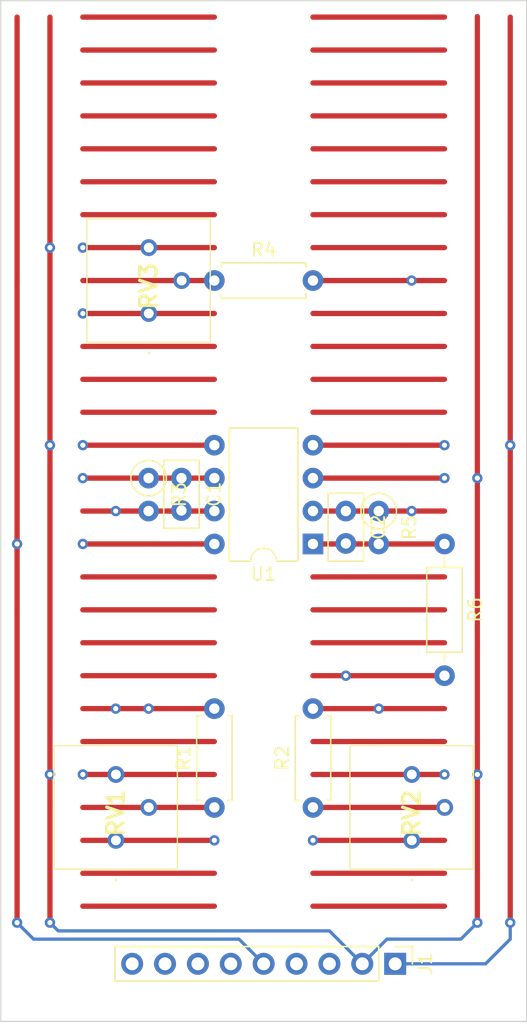
<source format=kicad_pcb>
(kicad_pcb (version 20211014) (generator pcbnew)
  (title_block (title "Eurorack ProtoModule") (date "2021-10-06") (rev "1.0") (company "Len Popp") (comment 1 "Copyright © 2022 Len Popp CC BY") (comment 2 "Layout design for my custom Eurorack breadboard prototyping module"))
  (layers (0 "F.Cu" signal) (1 "In1.Cu" jumper "Wire1.Cu") (2 "In2.Cu" jumper "Wire2.Cu") (3 "In3.Cu" jumper "Wire3.Cu") (4 "In4.Cu" jumper "Wire4.Cu") (31 "B.Cu" signal) (34 "B.Paste" user) (35 "F.Paste" user) (36 "B.SilkS" user "B.Silkscreen") (37 "F.SilkS" user "F.Silkscreen") (38 "B.Mask" user) (39 "F.Mask" user) (44 "Edge.Cuts" user))
  (net 0 "")
  (net 1 "+12V")
  (net 2 "GND")
  (net 3 "-12V")
  (net 4 "+5V")
  (net 5 "Net-(C1-Pad2)")
  (net 6 "Net-(C1-Pad1)")
  (net 8 "Net-(C2-Pad2)")
  (net 9 "Net-(C2-Pad1)")
  (net 10 "Net-(R1-Pad1)")
  (net 11 "Net-(R2-Pad1)")
  (net 12 "Net-(R4-Pad1)")
  (net 13 "OUTPUT")
  (net 14 "INPUT")
  (footprint "Connector_PinHeader_2.54mm:PinHeader_1x09_P2.54mm_Vertical" (layer "F.Cu") (at 113.03 98.425 -90)
    (fp_text reference "J1" (at 0 -2.33 90) (layer "F.SilkS"))
    (fp_text value "Conn_01x09")
    (fp_line (start -1.33 21.65) (end 1.33 21.65) (layer "F.SilkS") (width 0.12))
    (fp_line (start -1.33 1.27) (end -1.33 21.65) (layer "F.SilkS") (width 0.12))
    (fp_line (start 1.33 1.27) (end 1.33 21.65) (layer "F.SilkS") (width 0.12))
    (fp_line (start -1.33 -1.33) (end 0 -1.33) (layer "F.SilkS") (width 0.12))
    (fp_line (start -1.33 1.27) (end 1.33 1.27) (layer "F.SilkS") (width 0.12))
    (fp_line (start -1.33 0) (end -1.33 -1.33) (layer "F.SilkS") (width 0.12))
    (pad "1" thru_hole rect locked (at 0 0 270) (size 1.7 1.7) (drill 1) (layers *.Cu *.Mask) (net 3 "-12V"))
    (pad "2" thru_hole oval locked (at 0 2.54 270) (size 1.7 1.7) (drill 1) (layers *.Cu *.Mask) (net 2 "GND"))
    (pad "3" thru_hole oval locked (at 0 5.08 270) (size 1.7 1.7) (drill 1) (layers *.Cu *.Mask) (net 13 "OUTPUT"))
    (pad "4" thru_hole oval locked (at 0 7.62 270) (size 1.7 1.7) (drill 1) (layers *.Cu *.Mask) (net 14 "INPUT"))
    (pad "5" thru_hole oval locked (at 0 10.16 270) (size 1.7 1.7) (drill 1) (layers *.Cu *.Mask) (net 1 "+12V"))
    (pad "6" thru_hole oval locked (at 0 12.7 270) (size 1.7 1.7) (drill 1) (layers *.Cu *.Mask))
    (pad "7" thru_hole oval locked (at 0 15.24 270) (size 1.7 1.7) (drill 1) (layers *.Cu *.Mask) (net 4 "+5V"))
    (pad "8" thru_hole oval locked (at 0 17.78 270) (size 1.7 1.7) (drill 1) (layers *.Cu *.Mask))
    (pad "9" thru_hole oval locked (at 0 20.32 270) (size 1.7 1.7) (drill 1) (layers *.Cu *.Mask))
  )
  (footprint "-lmp-misc:Potentiometer_Bourns_3386P_Top" (layer "F.Cu") (at 91.455 88.9 90)
    (fp_text reference "RV1" (at 2.102 -0.015 90) (layer "F.SilkS") (effects (font (size 1.27 1.27) (thickness 0.254))))
    (fp_text value "100K" hide)
    (fp_line (start -2.225 4.75) (end -2.225 -4.78) (layer "F.SilkS") (width 0.1))
    (fp_line (start -3.1 0) (end -3.1 0) (layer "F.SilkS") (width 0.1))
    (fp_line (start 7.305 -4.78) (end 7.305 4.75) (layer "F.SilkS") (width 0.1))
    (fp_line (start -3 0) (end -3 0) (layer "F.SilkS") (width 0.1))
    (fp_line (start -2.225 -4.78) (end 7.305 -4.78) (layer "F.SilkS") (width 0.1))
    (fp_line (start 7.305 4.75) (end -2.225 4.75) (layer "F.SilkS") (width 0.1))
    (fp_arc (start -3.1 0) (mid -3.05 -0.05) (end -3 0) (layer "F.SilkS") (width 0.1))
    (fp_arc (start -3 0) (mid -3.05 0.05) (end -3.1 0) (layer "F.SilkS") (width 0.1))
    (pad "1" thru_hole circle locked (at 0 0 90) (size 1.303 1.303) (drill 0.76) (layers *.Cu *.Mask) (net 4 "+5V"))
    (pad "2" thru_hole circle locked (at 2.54 2.54 90) (size 1.303 1.303) (drill 0.76) (layers *.Cu *.Mask) (net 10 "Net-(R1-Pad1)"))
    (pad "3" thru_hole circle locked (at 5.08 0 90) (size 1.303 1.303) (drill 0.76) (layers *.Cu *.Mask) (net 2 "GND"))
  )
  (footprint "-lmp-misc:R_Axial_DIN0207_L6.3mm_D2.5mm_P7.62mm_Horizontal" (layer "F.Cu") (at 99.06 45.72)
    (fp_text reference "R4" (at 3.81 -2.37) (layer "F.SilkS"))
    (fp_text value "100K")
    (fp_line (start 0.54 1.04) (end 0.54 1.37) (layer "F.SilkS") (width 0.12))
    (fp_line (start 0.54 -1.37) (end 7.08 -1.37) (layer "F.SilkS") (width 0.12))
    (fp_line (start 7.08 -1.37) (end 7.08 -1.04) (layer "F.SilkS") (width 0.12))
    (fp_line (start 7.08 1.37) (end 7.08 1.04) (layer "F.SilkS") (width 0.12))
    (fp_line (start 0.54 1.37) (end 7.08 1.37) (layer "F.SilkS") (width 0.12))
    (fp_line (start 0.54 -1.04) (end 0.54 -1.37) (layer "F.SilkS") (width 0.12))
    (pad "1" thru_hole circle locked (at 0 0) (size 1.6 1.6) (drill 0.8) (layers *.Cu *.Mask) (net 12 "Net-(R4-Pad1)"))
    (pad "2" thru_hole oval locked (at 7.62 0) (size 1.6 1.6) (drill 0.8) (layers *.Cu *.Mask) (net 9 "Net-(C2-Pad1)"))
  )
  (footprint "-lmp-misc:C_Disc_D5.0mm_W2.5mm_P2.50mm" (layer "F.Cu") (at 96.52 60.96 -90)
    (fp_text reference "C1" (at 1.25 -2.5 90) (layer "F.SilkS"))
    (fp_text value "47P")
    (fp_line (start -1.37 1.37) (end 3.87 1.37) (layer "F.SilkS") (width 0.12))
    (fp_line (start -1.37 -1.37) (end 3.87 -1.37) (layer "F.SilkS") (width 0.12))
    (fp_line (start -1.37 -1.37) (end -1.37 1.37) (layer "F.SilkS") (width 0.12))
    (fp_line (start 3.87 -1.37) (end 3.87 1.37) (layer "F.SilkS") (width 0.12))
    (pad "1" thru_hole circle locked (at 0 0 270) (size 1.6 1.6) (drill 0.8) (layers *.Cu *.Mask) (net 6 "Net-(C1-Pad1)"))
    (pad "2" thru_hole circle locked (at 2.5 0 270) (size 1.6 1.6) (drill 0.8) (layers *.Cu *.Mask) (net 5 "Net-(C1-Pad2)"))
  )
  (footprint "-lmp-stripboard:SB_Gen_1" (layer "F.Cu") (at 111.76 63.5 -90)
    (fp_text reference "R5" (at 1.27 -2.37 -90) (layer "F.SilkS"))
    (fp_text value "100K")
    (fp_line (start 1.37 0) (end 1.44 0) (layer "F.SilkS") (width 0.12))
    (fp_circle (center 0 0) (end 1.37 0) (layer "F.SilkS") (width 0.12) (fill none))
    (pad "1" thru_hole circle locked (at 0 0 270) (size 1.6 1.6) (drill 0.8) (layers *.Cu *.Mask) (net 9 "Net-(C2-Pad1)"))
    (pad "2" thru_hole oval locked (at 2.54 0 270) (size 1.6 1.6) (drill 0.8) (layers *.Cu *.Mask) (net 8 "Net-(C2-Pad2)"))
  )
  (footprint "Package_DIP:DIP-8_W7.62mm" (layer "F.Cu") (at 106.68 66.04 180)
    (fp_text reference "U1" (at 3.81 -2.33) (layer "F.SilkS"))
    (fp_text value "TL072")
    (fp_line (start 2.81 -1.33) (end 1.16 -1.33) (layer "F.SilkS") (width 0.12))
    (fp_line (start 1.16 -1.33) (end 1.16 8.95) (layer "F.SilkS") (width 0.12))
    (fp_line (start 6.46 8.95) (end 6.46 -1.33) (layer "F.SilkS") (width 0.12))
    (fp_line (start 6.46 -1.33) (end 4.81 -1.33) (layer "F.SilkS") (width 0.12))
    (fp_line (start 1.16 8.95) (end 6.46 8.95) (layer "F.SilkS") (width 0.12))
    (fp_arc (start 4.81 -1.33) (mid 3.81 -0.33) (end 2.81 -1.33) (layer "F.SilkS") (width 0.12))
    (pad "1" thru_hole rect (at 0 0 180) (size 1.6 1.6) (drill 0.8) (layers *.Cu *.Mask) (net 8 "Net-(C2-Pad2)"))
    (pad "2" thru_hole oval (at 0 2.54 180) (size 1.6 1.6) (drill 0.8) (layers *.Cu *.Mask) (net 9 "Net-(C2-Pad1)"))
    (pad "3" thru_hole oval (at 0 5.08 180) (size 1.6 1.6) (drill 0.8) (layers *.Cu *.Mask) (net 2 "GND"))
    (pad "4" thru_hole oval (at 0 7.62 180) (size 1.6 1.6) (drill 0.8) (layers *.Cu *.Mask) (net 3 "-12V"))
    (pad "5" thru_hole oval (at 7.62 7.62 180) (size 1.6 1.6) (drill 0.8) (layers *.Cu *.Mask) (net 2 "GND"))
    (pad "6" thru_hole oval (at 7.62 5.08 180) (size 1.6 1.6) (drill 0.8) (layers *.Cu *.Mask) (net 6 "Net-(C1-Pad1)"))
    (pad "7" thru_hole oval (at 7.62 2.54 180) (size 1.6 1.6) (drill 0.8) (layers *.Cu *.Mask) (net 5 "Net-(C1-Pad2)"))
    (pad "8" thru_hole oval (at 7.62 0 180) (size 1.6 1.6) (drill 0.8) (layers *.Cu *.Mask) (net 1 "+12V"))
  )
  (footprint "-lmp-misc:R_Axial_DIN0207_L6.3mm_D2.5mm_P10.16mm_Horizontal" (layer "F.Cu") (at 116.84 66.04 -90)
    (fp_text reference "R6" (at 5.08 -2.37 90) (layer "F.SilkS"))
    (fp_text value "51R")
    (fp_line (start 1.81 -1.37) (end 1.81 1.37) (layer "F.SilkS") (width 0.12))
    (fp_line (start 8.35 -1.37) (end 1.81 -1.37) (layer "F.SilkS") (width 0.12))
    (fp_line (start 1.81 1.37) (end 8.35 1.37) (layer "F.SilkS") (width 0.12))
    (fp_line (start 9.12 0) (end 8.35 0) (layer "F.SilkS") (width 0.12))
    (fp_line (start 1.04 0) (end 1.81 0) (layer "F.SilkS") (width 0.12))
    (fp_line (start 8.35 1.37) (end 8.35 -1.37) (layer "F.SilkS") (width 0.12))
    (pad "1" thru_hole circle locked (at 0 0 270) (size 1.6 1.6) (drill 0.8) (layers *.Cu *.Mask) (net 8 "Net-(C2-Pad2)"))
    (pad "2" thru_hole oval locked (at 10.16 0 270) (size 1.6 1.6) (drill 0.8) (layers *.Cu *.Mask) (net 13 "OUTPUT"))
  )
  (footprint "-lmp-misc:Potentiometer_Bourns_3386P_Top" (layer "F.Cu") (at 93.995 48.26 90)
    (fp_text reference "RV3" (at 2.102 -0.015 90) (layer "F.SilkS") (effects (font (size 1.27 1.27) (thickness 0.254))))
    (fp_text value "100K" hide)
    (fp_line (start 7.305 4.75) (end -2.225 4.75) (layer "F.SilkS") (width 0.1))
    (fp_line (start -3.1 0) (end -3.1 0) (layer "F.SilkS") (width 0.1))
    (fp_line (start -3 0) (end -3 0) (layer "F.SilkS") (width 0.1))
    (fp_line (start 7.305 -4.78) (end 7.305 4.75) (layer "F.SilkS") (width 0.1))
    (fp_line (start -2.225 4.75) (end -2.225 -4.78) (layer "F.SilkS") (width 0.1))
    (fp_line (start -2.225 -4.78) (end 7.305 -4.78) (layer "F.SilkS") (width 0.1))
    (fp_arc (start -3 0) (mid -3.05 0.05) (end -3.1 0) (layer "F.SilkS") (width 0.1))
    (fp_arc (start -3.1 0) (mid -3.05 -0.05) (end -3 0) (layer "F.SilkS") (width 0.1))
    (pad "1" thru_hole circle locked (at 0 0 90) (size 1.303 1.303) (drill 0.76) (layers *.Cu *.Mask) (net 5 "Net-(C1-Pad2)"))
    (pad "2" thru_hole circle locked (at 2.54 2.54 90) (size 1.303 1.303) (drill 0.76) (layers *.Cu *.Mask) (net 12 "Net-(R4-Pad1)"))
    (pad "3" thru_hole circle locked (at 5.08 0 90) (size 1.303 1.303) (drill 0.76) (layers *.Cu *.Mask) (net 2 "GND"))
  )
  (footprint "-lmp-misc:C_Disc_D5.0mm_W2.5mm_P2.50mm" (layer "F.Cu") (at 109.22 63.5 -90)
    (fp_text reference "C2" (at 1.25 -2.5 90) (layer "F.SilkS"))
    (fp_text value "47P")
    (fp_line (start -1.37 -1.37) (end 3.87 -1.37) (layer "F.SilkS") (width 0.12))
    (fp_line (start 3.87 -1.37) (end 3.87 1.37) (layer "F.SilkS") (width 0.12))
    (fp_line (start -1.37 -1.37) (end -1.37 1.37) (layer "F.SilkS") (width 0.12))
    (fp_line (start -1.37 1.37) (end 3.87 1.37) (layer "F.SilkS") (width 0.12))
    (pad "1" thru_hole circle locked (at 0 0 270) (size 1.6 1.6) (drill 0.8) (layers *.Cu *.Mask) (net 9 "Net-(C2-Pad1)"))
    (pad "2" thru_hole circle locked (at 2.5 0 270) (size 1.6 1.6) (drill 0.8) (layers *.Cu *.Mask) (net 8 "Net-(C2-Pad2)"))
  )
  (footprint "-lmp-misc:R_Axial_DIN0207_L6.3mm_D2.5mm_P7.62mm_Horizontal" (layer "F.Cu") (at 106.68 86.36 90)
    (fp_text reference "R2" (at 3.81 -2.37 90) (layer "F.SilkS"))
    (fp_text value "100K")
    (fp_line (start 0.54 -1.37) (end 7.08 -1.37) (layer "F.SilkS") (width 0.12))
    (fp_line (start 0.54 1.04) (end 0.54 1.37) (layer "F.SilkS") (width 0.12))
    (fp_line (start 7.08 -1.37) (end 7.08 -1.04) (layer "F.SilkS") (width 0.12))
    (fp_line (start 7.08 1.37) (end 7.08 1.04) (layer "F.SilkS") (width 0.12))
    (fp_line (start 0.54 1.37) (end 7.08 1.37) (layer "F.SilkS") (width 0.12))
    (fp_line (start 0.54 -1.04) (end 0.54 -1.37) (layer "F.SilkS") (width 0.12))
    (pad "1" thru_hole circle locked (at 0 0 90) (size 1.6 1.6) (drill 0.8) (layers *.Cu *.Mask) (net 11 "Net-(R2-Pad1)"))
    (pad "2" thru_hole oval locked (at 7.62 0 90) (size 1.6 1.6) (drill 0.8) (layers *.Cu *.Mask) (net 6 "Net-(C1-Pad1)"))
  )
  (footprint "-lmp-misc:Potentiometer_Bourns_3386P_Top" (layer "F.Cu") (at 114.315 88.9 90)
    (fp_text reference "RV2" (at 2.102 -0.015 90) (layer "F.SilkS") (effects (font (size 1.27 1.27) (thickness 0.254))))
    (fp_text value "100K" hide)
    (fp_line (start 7.305 -4.78) (end 7.305 4.75) (layer "F.SilkS") (width 0.1))
    (fp_line (start -3 0) (end -3 0) (layer "F.SilkS") (width 0.1))
    (fp_line (start -2.225 -4.78) (end 7.305 -4.78) (layer "F.SilkS") (width 0.1))
    (fp_line (start -3.1 0) (end -3.1 0) (layer "F.SilkS") (width 0.1))
    (fp_line (start -2.225 4.75) (end -2.225 -4.78) (layer "F.SilkS") (width 0.1))
    (fp_line (start 7.305 4.75) (end -2.225 4.75) (layer "F.SilkS") (width 0.1))
    (fp_arc (start -3 0) (mid -3.05 0.05) (end -3.1 0) (layer "F.SilkS") (width 0.1))
    (fp_arc (start -3.1 0) (mid -3.05 -0.05) (end -3 0) (layer "F.SilkS") (width 0.1))
    (pad "1" thru_hole circle locked (at 0 0 90) (size 1.303 1.303) (drill 0.76) (layers *.Cu *.Mask) (net 14 "INPUT"))
    (pad "2" thru_hole circle locked (at 2.54 2.54 90) (size 1.303 1.303) (drill 0.76) (layers *.Cu *.Mask) (net 11 "Net-(R2-Pad1)"))
    (pad "3" thru_hole circle locked (at 5.08 0 90) (size 1.303 1.303) (drill 0.76) (layers *.Cu *.Mask) (net 2 "GND"))
  )
  (footprint "-lmp-stripboard:SB_Gen_1" (layer "F.Cu") (at 93.98 60.96 -90)
    (fp_text reference "R3" (at 1.27 -2.37 -90) (layer "F.SilkS"))
    (fp_text value "100K")
    (fp_line (start 1.37 0) (end 1.44 0) (layer "F.SilkS") (width 0.12))
    (fp_circle (center 0 0) (end 1.37 0) (layer "F.SilkS") (width 0.12) (fill none))
    (pad "1" thru_hole circle locked (at 0 0 270) (size 1.6 1.6) (drill 0.8) (layers *.Cu *.Mask) (net 6 "Net-(C1-Pad1)"))
    (pad "2" thru_hole oval locked (at 2.54 0 270) (size 1.6 1.6) (drill 0.8) (layers *.Cu *.Mask) (net 5 "Net-(C1-Pad2)"))
  )
  (footprint "-lmp-misc:R_Axial_DIN0207_L6.3mm_D2.5mm_P7.62mm_Horizontal" (layer "F.Cu") (at 99.06 86.36 90)
    (fp_text reference "R1" (at 3.81 -2.37 90) (layer "F.SilkS"))
    (fp_text value "100K")
    (fp_line (start 7.08 -1.37) (end 7.08 -1.04) (layer "F.SilkS") (width 0.12))
    (fp_line (start 0.54 -1.37) (end 7.08 -1.37) (layer "F.SilkS") (width 0.12))
    (fp_line (start 0.54 1.37) (end 7.08 1.37) (layer "F.SilkS") (width 0.12))
    (fp_line (start 7.08 1.37) (end 7.08 1.04) (layer "F.SilkS") (width 0.12))
    (fp_line (start 0.54 -1.04) (end 0.54 -1.37) (layer "F.SilkS") (width 0.12))
    (fp_line (start 0.54 1.04) (end 0.54 1.37) (layer "F.SilkS") (width 0.12))
    (pad "1" thru_hole circle locked (at 0 0 90) (size 1.6 1.6) (drill 0.8) (layers *.Cu *.Mask) (net 10 "Net-(R1-Pad1)"))
    (pad "2" thru_hole oval locked (at 7.62 0 90) (size 1.6 1.6) (drill 0.8) (layers *.Cu *.Mask) (net 6 "Net-(C1-Pad1)"))
  )
  (gr_line (start 123.19 102.87) (end 82.55 102.87) (layer "Edge.Cuts") (width 0.1))
  (gr_line (start 123.19 24.13) (end 123.19 102.87) (layer "Edge.Cuts") (width 0.1))
  (gr_line (start 82.55 102.87) (end 82.55 24.13) (layer "Edge.Cuts") (width 0.1))
  (gr_line (start 82.55 24.13) (end 123.19 24.13) (layer "Edge.Cuts") (width 0.1))
  (segment (start 99.06 38.1) (end 88.9 38.1) (width 0.4064) (layer "F.Cu") (net 0))
  (segment (start 99.06 40.64) (end 88.9 40.64) (width 0.4064) (layer "F.Cu") (net 0))
  (segment (start 99.06 50.8) (end 88.9 50.8) (width 0.4064) (layer "F.Cu") (net 0))
  (segment (start 99.06 55.88) (end 88.9 55.88) (width 0.4064) (layer "F.Cu") (net 0))
  (segment (start 116.84 73.66) (end 106.68 73.66) (width 0.4064) (layer "F.Cu") (net 0))
  (segment (start 99.06 27.94) (end 88.9 27.94) (width 0.4064) (layer "F.Cu") (net 0))
  (segment (start 99.06 68.58) (end 88.9 68.58) (width 0.4064) (layer "F.Cu") (net 0))
  (segment (start 99.06 33.02) (end 88.9 33.02) (width 0.4064) (layer "F.Cu") (net 0))
  (segment (start 99.06 71.12) (end 88.9 71.12) (width 0.4064) (layer "F.Cu") (net 0))
  (segment (start 99.06 91.44) (end 88.9 91.44) (width 0.4064) (layer "F.Cu") (net 0))
  (segment (start 99.06 73.66) (end 88.9 73.66) (width 0.4064) (layer "F.Cu") (net 0))
  (segment (start 99.06 93.98) (end 88.9 93.98) (width 0.4064) (layer "F.Cu") (net 0))
  (segment (start 116.84 40.64) (end 106.68 40.64) (width 0.4064) (layer "F.Cu") (net 0))
  (segment (start 99.06 76.2) (end 88.9 76.2) (width 0.4064) (layer "F.Cu") (net 0))
  (segment (start 99.06 30.48) (end 88.9 30.48) (width 0.4064) (layer "F.Cu") (net 0))
  (segment (start 116.84 81.28) (end 111.76 81.28) (width 0.4064) (layer "F.Cu") (net 0))
  (segment (start 99.06 81.28) (end 88.9 81.28) (width 0.4064) (layer "F.Cu") (net 0))
  (segment (start 99.06 35.56) (end 88.9 35.56) (width 0.4064) (layer "F.Cu") (net 0))
  (segment (start 99.06 25.4) (end 88.9 25.4) (width 0.4064) (layer "F.Cu") (net 0))
  (segment (start 99.06 53.34) (end 88.9 53.34) (width 0.4064) (layer "F.Cu") (net 0))
  (segment (start 116.84 48.26) (end 106.68 48.26) (width 0.4064) (layer "F.Cu") (net 0))
  (segment (start 116.84 93.98) (end 106.68 93.98) (width 0.4064) (layer "F.Cu") (net 0))
  (segment (start 116.84 50.8) (end 106.68 50.8) (width 0.4064) (layer "F.Cu") (net 0))
  (segment (start 116.84 43.18) (end 109.22 43.18) (width 0.4064) (layer "F.Cu") (net 0))
  (segment (start 116.84 25.4) (end 106.68 25.4) (width 0.4064) (layer "F.Cu") (net 0))
  (segment (start 116.84 27.94) (end 106.68 27.94) (width 0.4064) (layer "F.Cu") (net 0))
  (segment (start 116.84 35.56) (end 106.68 35.56) (width 0.4064) (layer "F.Cu") (net 0))
  (segment (start 116.84 38.1) (end 106.68 38.1) (width 0.4064) (layer "F.Cu") (net 0))
  (segment (start 116.84 53.34) (end 106.68 53.34) (width 0.4064) (layer "F.Cu") (net 0))
  (segment (start 116.84 68.58) (end 109.22 68.58) (width 0.4064) (layer "F.Cu") (net 0))
  (segment (start 116.84 30.48) (end 106.68 30.48) (width 0.4064) (layer "F.Cu") (net 0))
  (segment (start 116.84 33.02) (end 106.68 33.02) (width 0.4064) (layer "F.Cu") (net 0))
  (segment (start 116.84 71.12) (end 106.68 71.12) (width 0.4064) (layer "F.Cu") (net 0))
  (segment (start 116.84 91.44) (end 106.68 91.44) (width 0.4064) (layer "F.Cu") (net 0))
  (segment (start 116.84 55.88) (end 106.68 55.88) (width 0.4064) (layer "F.Cu") (net 0))
  (segment (start 109.22 43.18) (end 106.68 43.18) (width 0.4064) (layer "F.Cu") (net 0))
  (segment (start 111.76 81.28) (end 106.68 81.28) (width 0.4064) (layer "F.Cu") (net 0))
  (segment (start 109.22 68.58) (end 106.68 68.58) (width 0.4064) (layer "F.Cu") (net 0))
  (segment (start 83.82 25.4) (end 83.82 45.72) (width 0.4064) (layer "F.Cu") (net 1))
  (segment (start 99.06 66.04) (end 96.52 66.04) (width 0.4064) (layer "F.Cu") (net 1))
  (segment (start 83.82 95.25) (end 83.82 95.25) (width 0.4064) (layer "F.Cu") (net 1))
  (segment (start 83.82 66.04) (end 83.82 71.12) (width 0.4064) (layer "F.Cu") (net 1))
  (segment (start 96.52 66.04) (end 93.98 66.04) (width 0.4064) (layer "F.Cu") (net 1))
  (segment (start 93.98 66.04) (end 88.9 66.04) (width 0.4064) (layer "F.Cu") (net 1))
  (segment (start 83.82 45.72) (end 83.82 66.04) (width 0.4064) (layer "F.Cu") (net 1))
  (segment (start 83.82 71.12) (end 83.82 95.25) (width 0.4064) (layer "F.Cu") (net 1))
  (via (at 83.82 95.25) (size 0.8) (drill 0.4) (layers "F.Cu" "B.Cu") (net 1))
  (via (at 83.82 66.04) (size 0.8) (drill 0.4) (layers "F.Cu" "B.Cu") (net 1))
  (via (at 88.9 66.04) (size 0.8) (drill 0.4) (layers "F.Cu" "B.Cu") (net 1))
  (segment (start 102.87 98.425) (end 100.965 96.52) (width 0.25) (layer "B.Cu") (net 1))
  (segment (start 85.09 96.52) (end 84.219999 95.649999) (width 0.25) (layer "B.Cu") (net 1))
  (segment (start 100.965 96.52) (end 85.09 96.52) (width 0.25) (layer "B.Cu") (net 1))
  (segment (start 84.219999 95.649999) (end 83.82 95.25) (width 0.25) (layer "B.Cu") (net 1))
  (segment (start 99.06 58.42) (end 88.9 58.42) (width 0.4064) (layer "F.Cu") (net 2))
  (segment (start 86.36 25.4) (end 86.36 43.18) (width 0.4064) (layer "F.Cu") (net 2))
  (segment (start 99.06 43.18) (end 88.9 43.18) (width 0.4064) (layer "F.Cu") (net 2))
  (segment (start 99.06 83.82) (end 88.9 83.82) (width 0.4064) (layer "F.Cu") (net 2))
  (segment (start 119.38 25.36) (end 119.38 60.96) (width 0.4064) (layer "F.Cu") (net 2))
  (segment (start 116.84 60.96) (end 106.68 60.96) (width 0.4064) (layer "F.Cu") (net 2))
  (segment (start 116.84 83.82) (end 106.68 83.82) (width 0.4064) (layer "F.Cu") (net 2))
  (segment (start 119.38 95.25) (end 119.38 95.25) (width 0.4064) (layer "F.Cu") (net 2))
  (segment (start 86.36 95.25) (end 86.36 95.25) (width 0.4064) (layer "F.Cu") (net 2))
  (segment (start 119.38 73.66) (end 119.38 83.82) (width 0.4064) (layer "F.Cu") (net 2))
  (segment (start 86.36 53.34) (end 86.36 58.42) (width 0.4064) (layer "F.Cu") (net 2))
  (segment (start 119.38 83.82) (end 119.38 91.44) (width 0.4064) (layer "F.Cu") (net 2))
  (segment (start 86.36 86.36) (end 86.36 95.25) (width 0.4064) (layer "F.Cu") (net 2))
  (segment (start 86.36 43.18) (end 86.36 53.34) (width 0.4064) (layer "F.Cu") (net 2))
  (segment (start 86.36 83.82) (end 86.36 86.36) (width 0.4064) (layer "F.Cu") (net 2))
  (segment (start 119.38 91.44) (end 119.38 95.25) (width 0.4064) (layer "F.Cu") (net 2))
  (segment (start 119.38 60.96) (end 119.38 73.66) (width 0.4064) (layer "F.Cu") (net 2))
  (segment (start 86.36 73.66) (end 86.36 83.82) (width 0.4064) (layer "F.Cu") (net 2))
  (segment (start 86.36 58.42) (end 86.36 73.66) (width 0.4064) (layer "F.Cu") (net 2))
  (via (at 119.38 95.25) (size 0.8) (drill 0.4) (layers "F.Cu" "B.Cu") (net 2))
  (via (at 116.84 83.82) (size 0.8) (drill 0.4) (layers "F.Cu" "B.Cu") (net 2))
  (via (at 119.38 60.96) (size 0.8) (drill 0.4) (layers "F.Cu" "B.Cu") (net 2))
  (via (at 116.84 60.96) (size 0.8) (drill 0.4) (layers "F.Cu" "B.Cu") (net 2))
  (via (at 86.36 58.42) (size 0.8) (drill 0.4) (layers "F.Cu" "B.Cu") (net 2))
  (via (at 119.38 83.82) (size 0.8) (drill 0.4) (layers "F.Cu" "B.Cu") (net 2))
  (via (at 88.9 58.42) (size 0.8) (drill 0.4) (layers "F.Cu" "B.Cu") (net 2))
  (via (at 86.36 83.82) (size 0.8) (drill 0.4) (layers "F.Cu" "B.Cu") (net 2))
  (via (at 86.36 95.25) (size 0.8) (drill 0.4) (layers "F.Cu" "B.Cu") (net 2))
  (via (at 88.9 83.82) (size 0.8) (drill 0.4) (layers "F.Cu" "B.Cu") (net 2))
  (via (at 88.9 43.18) (size 0.8) (drill 0.4) (layers "F.Cu" "B.Cu") (net 2))
  (via (at 86.36 43.18) (size 0.8) (drill 0.4) (layers "F.Cu" "B.Cu") (net 2))
  (segment (start 86.36 95.25) (end 86.995 95.885) (width 0.25) (layer "B.Cu") (net 2))
  (segment (start 107.95 95.885) (end 110.49 98.425) (width 0.25) (layer "B.Cu") (net 2))
  (segment (start 112.395 96.52) (end 110.49 98.425) (width 0.25) (layer "B.Cu") (net 2))
  (segment (start 119.38 95.25) (end 118.11 96.52) (width 0.25) (layer "B.Cu") (net 2))
  (segment (start 118.11 96.52) (end 112.395 96.52) (width 0.25) (layer "B.Cu") (net 2))
  (segment (start 86.995 95.885) (end 107.95 95.885) (width 0.25) (layer "B.Cu") (net 2))
  (segment (start 121.92 25.4) (end 121.92 40.64) (width 0.4064) (layer "F.Cu") (net 3))
  (segment (start 116.84 58.42) (end 113.665 58.42) (width 0.4064) (layer "F.Cu") (net 3))
  (segment (start 121.92 95.25) (end 121.92 95.25) (width 0.4064) (layer "F.Cu") (net 3))
  (segment (start 121.92 58.42) (end 121.92 71.12) (width 0.4064) (layer "F.Cu") (net 3))
  (segment (start 121.92 40.64) (end 121.92 58.42) (width 0.4064) (layer "F.Cu") (net 3))
  (segment (start 121.92 71.12) (end 121.92 95.25) (width 0.4064) (layer "F.Cu") (net 3))
  (segment (start 113.665 58.42) (end 106.68 58.42) (width 0.4064) (layer "F.Cu") (net 3))
  (via (at 116.84 58.42) (size 0.8) (drill 0.4) (layers "F.Cu" "B.Cu") (net 3))
  (via (at 121.92 95.25) (size 0.8) (drill 0.4) (layers "F.Cu" "B.Cu") (net 3))
  (via (at 121.92 58.42) (size 0.8) (drill 0.4) (layers "F.Cu" "B.Cu") (net 3))
  (segment (start 121.92 95.25) (end 121.92 96.52) (width 0.25) (layer "B.Cu") (net 3))
  (segment (start 120.015 98.425) (end 113.03 98.425) (width 0.25) (layer "B.Cu") (net 3))
  (segment (start 121.92 96.52) (end 120.015 98.425) (width 0.25) (layer "B.Cu") (net 3))
  (segment (start 99.06 88.9) (end 88.9 88.9) (width 0.4064) (layer "F.Cu") (net 4))
  (via (at 99.06 88.9) (size 0.8) (drill 0.4) (layers "F.Cu" "B.Cu") (net 4))
  (segment (start 99.06 48.26) (end 88.9 48.26) (width 0.4064) (layer "F.Cu") (net 5))
  (segment (start 99.06 63.5) (end 91.44 63.5) (width 0.4064) (layer "F.Cu") (net 5))
  (segment (start 91.44 63.5) (end 88.9 63.5) (width 0.4064) (layer "F.Cu") (net 5))
  (via (at 91.44 63.5) (size 0.8) (drill 0.4) (layers "F.Cu" "B.Cu") (net 5))
  (via (at 88.9 48.26) (size 0.8) (drill 0.4) (layers "F.Cu" "B.Cu") (net 5))
  (segment (start 99.06 78.74) (end 93.98 78.74) (width 0.4064) (layer "F.Cu") (net 6))
  (segment (start 99.06 60.96) (end 88.9 60.96) (width 0.4064) (layer "F.Cu") (net 6))
  (segment (start 116.84 78.74) (end 111.76 78.74) (width 0.4064) (layer "F.Cu") (net 6))
  (segment (start 93.98 78.74) (end 91.44 78.74) (width 0.4064) (layer "F.Cu") (net 6))
  (segment (start 91.44 78.74) (end 88.9 78.74) (width 0.4064) (layer "F.Cu") (net 6))
  (segment (start 111.76 78.74) (end 106.68 78.74) (width 0.4064) (layer "F.Cu") (net 6))
  (via (at 88.9 60.96) (size 0.8) (drill 0.4) (layers "F.Cu" "B.Cu") (net 6))
  (via (at 93.98 78.74) (size 0.8) (drill 0.4) (layers "F.Cu" "B.Cu") (net 6))
  (via (at 91.44 78.74) (size 0.8) (drill 0.4) (layers "F.Cu" "B.Cu") (net 6))
  (via (at 111.76 78.74) (size 0.8) (drill 0.4) (layers "F.Cu" "B.Cu") (net 6))
  (segment (start 116.84 66.04) (end 106.68 66.04) (width 0.4064) (layer "F.Cu") (net 8))
  (segment (start 116.84 45.72) (end 114.3 45.72) (width 0.4064) (layer "F.Cu") (net 9))
  (segment (start 116.84 63.5) (end 114.3 63.5) (width 0.4064) (layer "F.Cu") (net 9))
  (segment (start 114.3 45.72) (end 113.665 45.72) (width 0.4064) (layer "F.Cu") (net 9))
  (segment (start 114.3 63.5) (end 106.68 63.5) (width 0.4064) (layer "F.Cu") (net 9))
  (segment (start 113.665 45.72) (end 106.68 45.72) (width 0.4064) (layer "F.Cu") (net 9))
  (via (at 114.3 63.5) (size 0.8) (drill 0.4) (layers "F.Cu" "B.Cu") (net 9))
  (via (at 114.3 45.72) (size 0.8) (drill 0.4) (layers "F.Cu" "B.Cu") (net 9))
  (segment (start 99.06 86.36) (end 88.9 86.36) (width 0.4064) (layer "F.Cu") (net 10))
  (segment (start 116.84 86.36) (end 106.68 86.36) (width 0.4064) (layer "F.Cu") (net 11))
  (segment (start 99.06 45.72) (end 88.9 45.72) (width 0.4064) (layer "F.Cu") (net 12))
  (segment (start 116.84 76.2) (end 109.22 76.2) (width 0.4064) (layer "F.Cu") (net 13))
  (segment (start 109.22 76.2) (end 106.68 76.2) (width 0.4064) (layer "F.Cu") (net 13))
  (via (at 109.22 76.2) (size 0.8) (drill 0.4) (layers "F.Cu" "B.Cu") (net 13))
  (segment (start 116.84 88.9) (end 114.3 88.9) (width 0.4064) (layer "F.Cu") (net 14))
  (segment (start 114.3 88.9) (end 106.68 88.9) (width 0.4064) (layer "F.Cu") (net 14))
  (via (at 106.68 88.9) (size 0.8) (drill 0.4) (layers "F.Cu" "B.Cu") (net 14))
)
</source>
